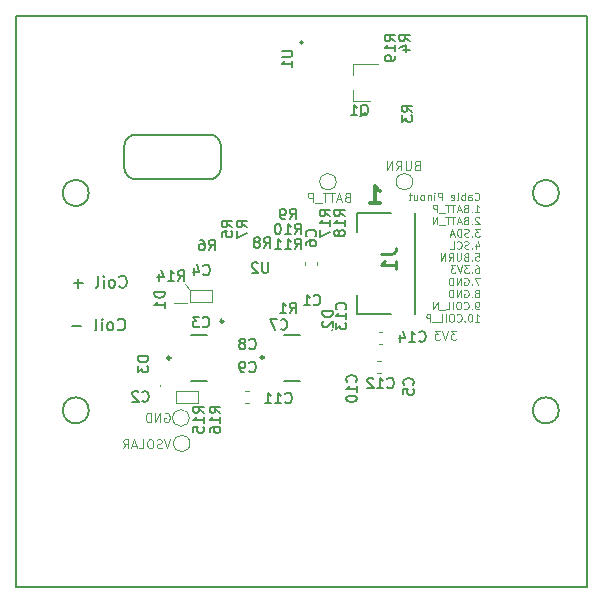
<source format=gbr>
%TF.GenerationSoftware,KiCad,Pcbnew,5.0.2-bee76a0~70~ubuntu18.04.1*%
%TF.CreationDate,2020-02-29T17:16:54-08:00*%
%TF.ProjectId,SolarCellZ_v1,536f6c61-7243-4656-9c6c-5a5f76312e6b,rev?*%
%TF.SameCoordinates,Original*%
%TF.FileFunction,Legend,Bot*%
%TF.FilePolarity,Positive*%
%FSLAX46Y46*%
G04 Gerber Fmt 4.6, Leading zero omitted, Abs format (unit mm)*
G04 Created by KiCad (PCBNEW 5.0.2-bee76a0~70~ubuntu18.04.1) date Sat 29 Feb 2020 05:16:54 PM PST*
%MOMM*%
%LPD*%
G01*
G04 APERTURE LIST*
%ADD10C,0.300000*%
%ADD11C,0.200000*%
%ADD12C,0.120000*%
%ADD13C,0.076200*%
%ADD14C,0.101600*%
%ADD15C,0.150000*%
%ADD16C,0.203200*%
%ADD17C,0.250000*%
%ADD18C,0.254000*%
%ADD19C,0.127000*%
G04 APERTURE END LIST*
D10*
X120021428Y-55878571D02*
X120878571Y-55878571D01*
X120450000Y-55878571D02*
X120450000Y-54378571D01*
X120592857Y-54592857D01*
X120735714Y-54735714D01*
X120878571Y-54807142D01*
D11*
X136007500Y-73391000D02*
G75*
G03X136007500Y-73391000I-1100000J0D01*
G01*
X96207500Y-73391000D02*
G75*
G03X96207500Y-73391000I-1100000J0D01*
G01*
D12*
X103428800Y-64312800D02*
X104521000Y-64312800D01*
D13*
X128886422Y-55533285D02*
X128916660Y-55563523D01*
X129007374Y-55593761D01*
X129067850Y-55593761D01*
X129158565Y-55563523D01*
X129219041Y-55503047D01*
X129249279Y-55442571D01*
X129279517Y-55321619D01*
X129279517Y-55230904D01*
X129249279Y-55109952D01*
X129219041Y-55049476D01*
X129158565Y-54989000D01*
X129067850Y-54958761D01*
X129007374Y-54958761D01*
X128916660Y-54989000D01*
X128886422Y-55019238D01*
X128342136Y-55593761D02*
X128342136Y-55261142D01*
X128372374Y-55200666D01*
X128432850Y-55170428D01*
X128553803Y-55170428D01*
X128614279Y-55200666D01*
X128342136Y-55563523D02*
X128402612Y-55593761D01*
X128553803Y-55593761D01*
X128614279Y-55563523D01*
X128644517Y-55503047D01*
X128644517Y-55442571D01*
X128614279Y-55382095D01*
X128553803Y-55351857D01*
X128402612Y-55351857D01*
X128342136Y-55321619D01*
X128039755Y-55593761D02*
X128039755Y-54958761D01*
X128039755Y-55200666D02*
X127979279Y-55170428D01*
X127858327Y-55170428D01*
X127797850Y-55200666D01*
X127767612Y-55230904D01*
X127737374Y-55291380D01*
X127737374Y-55472809D01*
X127767612Y-55533285D01*
X127797850Y-55563523D01*
X127858327Y-55593761D01*
X127979279Y-55593761D01*
X128039755Y-55563523D01*
X127374517Y-55593761D02*
X127434993Y-55563523D01*
X127465231Y-55503047D01*
X127465231Y-54958761D01*
X126890708Y-55563523D02*
X126951184Y-55593761D01*
X127072136Y-55593761D01*
X127132612Y-55563523D01*
X127162850Y-55503047D01*
X127162850Y-55261142D01*
X127132612Y-55200666D01*
X127072136Y-55170428D01*
X126951184Y-55170428D01*
X126890708Y-55200666D01*
X126860470Y-55261142D01*
X126860470Y-55321619D01*
X127162850Y-55382095D01*
X126104517Y-55593761D02*
X126104517Y-54958761D01*
X125862612Y-54958761D01*
X125802136Y-54989000D01*
X125771898Y-55019238D01*
X125741660Y-55079714D01*
X125741660Y-55170428D01*
X125771898Y-55230904D01*
X125802136Y-55261142D01*
X125862612Y-55291380D01*
X126104517Y-55291380D01*
X125469517Y-55593761D02*
X125469517Y-55170428D01*
X125469517Y-54958761D02*
X125499755Y-54989000D01*
X125469517Y-55019238D01*
X125439279Y-54989000D01*
X125469517Y-54958761D01*
X125469517Y-55019238D01*
X125167136Y-55170428D02*
X125167136Y-55593761D01*
X125167136Y-55230904D02*
X125136898Y-55200666D01*
X125076422Y-55170428D01*
X124985708Y-55170428D01*
X124925231Y-55200666D01*
X124894993Y-55261142D01*
X124894993Y-55593761D01*
X124501898Y-55593761D02*
X124562374Y-55563523D01*
X124592612Y-55533285D01*
X124622850Y-55472809D01*
X124622850Y-55291380D01*
X124592612Y-55230904D01*
X124562374Y-55200666D01*
X124501898Y-55170428D01*
X124411184Y-55170428D01*
X124350708Y-55200666D01*
X124320470Y-55230904D01*
X124290231Y-55291380D01*
X124290231Y-55472809D01*
X124320470Y-55533285D01*
X124350708Y-55563523D01*
X124411184Y-55593761D01*
X124501898Y-55593761D01*
X123745946Y-55170428D02*
X123745946Y-55593761D01*
X124018089Y-55170428D02*
X124018089Y-55503047D01*
X123987850Y-55563523D01*
X123927374Y-55593761D01*
X123836660Y-55593761D01*
X123776184Y-55563523D01*
X123745946Y-55533285D01*
X123534279Y-55170428D02*
X123292374Y-55170428D01*
X123443565Y-54958761D02*
X123443565Y-55503047D01*
X123413327Y-55563523D01*
X123352850Y-55593761D01*
X123292374Y-55593761D01*
X128916660Y-56622461D02*
X129279517Y-56622461D01*
X129098089Y-56622461D02*
X129098089Y-55987461D01*
X129158565Y-56078176D01*
X129219041Y-56138652D01*
X129279517Y-56168890D01*
X128644517Y-56561985D02*
X128614279Y-56592223D01*
X128644517Y-56622461D01*
X128674755Y-56592223D01*
X128644517Y-56561985D01*
X128644517Y-56622461D01*
X128130470Y-56289842D02*
X128039755Y-56320080D01*
X128009517Y-56350319D01*
X127979279Y-56410795D01*
X127979279Y-56501509D01*
X128009517Y-56561985D01*
X128039755Y-56592223D01*
X128100231Y-56622461D01*
X128342136Y-56622461D01*
X128342136Y-55987461D01*
X128130470Y-55987461D01*
X128069993Y-56017700D01*
X128039755Y-56047938D01*
X128009517Y-56108414D01*
X128009517Y-56168890D01*
X128039755Y-56229366D01*
X128069993Y-56259604D01*
X128130470Y-56289842D01*
X128342136Y-56289842D01*
X127737374Y-56441033D02*
X127434993Y-56441033D01*
X127797850Y-56622461D02*
X127586184Y-55987461D01*
X127374517Y-56622461D01*
X127253565Y-55987461D02*
X126890708Y-55987461D01*
X127072136Y-56622461D02*
X127072136Y-55987461D01*
X126769755Y-55987461D02*
X126406898Y-55987461D01*
X126588327Y-56622461D02*
X126588327Y-55987461D01*
X126346422Y-56682938D02*
X125862612Y-56682938D01*
X125711422Y-56622461D02*
X125711422Y-55987461D01*
X125469517Y-55987461D01*
X125409041Y-56017700D01*
X125378803Y-56047938D01*
X125348565Y-56108414D01*
X125348565Y-56199128D01*
X125378803Y-56259604D01*
X125409041Y-56289842D01*
X125469517Y-56320080D01*
X125711422Y-56320080D01*
X129279517Y-57076638D02*
X129249279Y-57046400D01*
X129188803Y-57016161D01*
X129037612Y-57016161D01*
X128977136Y-57046400D01*
X128946898Y-57076638D01*
X128916660Y-57137114D01*
X128916660Y-57197590D01*
X128946898Y-57288304D01*
X129309755Y-57651161D01*
X128916660Y-57651161D01*
X128644517Y-57590685D02*
X128614279Y-57620923D01*
X128644517Y-57651161D01*
X128674755Y-57620923D01*
X128644517Y-57590685D01*
X128644517Y-57651161D01*
X128130470Y-57318542D02*
X128039755Y-57348780D01*
X128009517Y-57379019D01*
X127979279Y-57439495D01*
X127979279Y-57530209D01*
X128009517Y-57590685D01*
X128039755Y-57620923D01*
X128100231Y-57651161D01*
X128342136Y-57651161D01*
X128342136Y-57016161D01*
X128130470Y-57016161D01*
X128069993Y-57046400D01*
X128039755Y-57076638D01*
X128009517Y-57137114D01*
X128009517Y-57197590D01*
X128039755Y-57258066D01*
X128069993Y-57288304D01*
X128130470Y-57318542D01*
X128342136Y-57318542D01*
X127737374Y-57469733D02*
X127434993Y-57469733D01*
X127797850Y-57651161D02*
X127586184Y-57016161D01*
X127374517Y-57651161D01*
X127253565Y-57016161D02*
X126890708Y-57016161D01*
X127072136Y-57651161D02*
X127072136Y-57016161D01*
X126769755Y-57016161D02*
X126406898Y-57016161D01*
X126588327Y-57651161D02*
X126588327Y-57016161D01*
X126346422Y-57711638D02*
X125862612Y-57711638D01*
X125711422Y-57651161D02*
X125711422Y-57016161D01*
X125348565Y-57651161D01*
X125348565Y-57016161D01*
X129309755Y-58044861D02*
X128916660Y-58044861D01*
X129128327Y-58286766D01*
X129037612Y-58286766D01*
X128977136Y-58317004D01*
X128946898Y-58347242D01*
X128916660Y-58407719D01*
X128916660Y-58558909D01*
X128946898Y-58619385D01*
X128977136Y-58649623D01*
X129037612Y-58679861D01*
X129219041Y-58679861D01*
X129279517Y-58649623D01*
X129309755Y-58619385D01*
X128644517Y-58619385D02*
X128614279Y-58649623D01*
X128644517Y-58679861D01*
X128674755Y-58649623D01*
X128644517Y-58619385D01*
X128644517Y-58679861D01*
X128372374Y-58649623D02*
X128281660Y-58679861D01*
X128130470Y-58679861D01*
X128069993Y-58649623D01*
X128039755Y-58619385D01*
X128009517Y-58558909D01*
X128009517Y-58498433D01*
X128039755Y-58437957D01*
X128069993Y-58407719D01*
X128130470Y-58377480D01*
X128251422Y-58347242D01*
X128311898Y-58317004D01*
X128342136Y-58286766D01*
X128372374Y-58226290D01*
X128372374Y-58165814D01*
X128342136Y-58105338D01*
X128311898Y-58075100D01*
X128251422Y-58044861D01*
X128100231Y-58044861D01*
X128009517Y-58075100D01*
X127737374Y-58679861D02*
X127737374Y-58044861D01*
X127586184Y-58044861D01*
X127495470Y-58075100D01*
X127434993Y-58135576D01*
X127404755Y-58196052D01*
X127374517Y-58317004D01*
X127374517Y-58407719D01*
X127404755Y-58528671D01*
X127434993Y-58589147D01*
X127495470Y-58649623D01*
X127586184Y-58679861D01*
X127737374Y-58679861D01*
X127132612Y-58498433D02*
X126830231Y-58498433D01*
X127193089Y-58679861D02*
X126981422Y-58044861D01*
X126769755Y-58679861D01*
X128977136Y-59285228D02*
X128977136Y-59708561D01*
X129128327Y-59043323D02*
X129279517Y-59496895D01*
X128886422Y-59496895D01*
X128644517Y-59648085D02*
X128614279Y-59678323D01*
X128644517Y-59708561D01*
X128674755Y-59678323D01*
X128644517Y-59648085D01*
X128644517Y-59708561D01*
X128372374Y-59678323D02*
X128281660Y-59708561D01*
X128130470Y-59708561D01*
X128069993Y-59678323D01*
X128039755Y-59648085D01*
X128009517Y-59587609D01*
X128009517Y-59527133D01*
X128039755Y-59466657D01*
X128069993Y-59436419D01*
X128130470Y-59406180D01*
X128251422Y-59375942D01*
X128311898Y-59345704D01*
X128342136Y-59315466D01*
X128372374Y-59254990D01*
X128372374Y-59194514D01*
X128342136Y-59134038D01*
X128311898Y-59103800D01*
X128251422Y-59073561D01*
X128100231Y-59073561D01*
X128009517Y-59103800D01*
X127374517Y-59648085D02*
X127404755Y-59678323D01*
X127495469Y-59708561D01*
X127555946Y-59708561D01*
X127646660Y-59678323D01*
X127707136Y-59617847D01*
X127737374Y-59557371D01*
X127767612Y-59436419D01*
X127767612Y-59345704D01*
X127737374Y-59224752D01*
X127707136Y-59164276D01*
X127646660Y-59103800D01*
X127555946Y-59073561D01*
X127495469Y-59073561D01*
X127404755Y-59103800D01*
X127374517Y-59134038D01*
X126799993Y-59708561D02*
X127102374Y-59708561D01*
X127102374Y-59073561D01*
X128946898Y-60102261D02*
X129249279Y-60102261D01*
X129279517Y-60404642D01*
X129249279Y-60374404D01*
X129188803Y-60344166D01*
X129037612Y-60344166D01*
X128977136Y-60374404D01*
X128946898Y-60404642D01*
X128916660Y-60465119D01*
X128916660Y-60616309D01*
X128946898Y-60676785D01*
X128977136Y-60707023D01*
X129037612Y-60737261D01*
X129188803Y-60737261D01*
X129249279Y-60707023D01*
X129279517Y-60676785D01*
X128644517Y-60676785D02*
X128614279Y-60707023D01*
X128644517Y-60737261D01*
X128674755Y-60707023D01*
X128644517Y-60676785D01*
X128644517Y-60737261D01*
X128130470Y-60404642D02*
X128039755Y-60434880D01*
X128009517Y-60465119D01*
X127979279Y-60525595D01*
X127979279Y-60616309D01*
X128009517Y-60676785D01*
X128039755Y-60707023D01*
X128100231Y-60737261D01*
X128342136Y-60737261D01*
X128342136Y-60102261D01*
X128130470Y-60102261D01*
X128069993Y-60132500D01*
X128039755Y-60162738D01*
X128009517Y-60223214D01*
X128009517Y-60283690D01*
X128039755Y-60344166D01*
X128069993Y-60374404D01*
X128130470Y-60404642D01*
X128342136Y-60404642D01*
X127707136Y-60102261D02*
X127707136Y-60616309D01*
X127676898Y-60676785D01*
X127646660Y-60707023D01*
X127586184Y-60737261D01*
X127465231Y-60737261D01*
X127404755Y-60707023D01*
X127374517Y-60676785D01*
X127344279Y-60616309D01*
X127344279Y-60102261D01*
X126679041Y-60737261D02*
X126890708Y-60434880D01*
X127041898Y-60737261D02*
X127041898Y-60102261D01*
X126799993Y-60102261D01*
X126739517Y-60132500D01*
X126709279Y-60162738D01*
X126679041Y-60223214D01*
X126679041Y-60313928D01*
X126709279Y-60374404D01*
X126739517Y-60404642D01*
X126799993Y-60434880D01*
X127041898Y-60434880D01*
X126406898Y-60737261D02*
X126406898Y-60102261D01*
X126044041Y-60737261D01*
X126044041Y-60102261D01*
X128977136Y-61130961D02*
X129098089Y-61130961D01*
X129158565Y-61161200D01*
X129188803Y-61191438D01*
X129249279Y-61282152D01*
X129279517Y-61403104D01*
X129279517Y-61645009D01*
X129249279Y-61705485D01*
X129219041Y-61735723D01*
X129158565Y-61765961D01*
X129037612Y-61765961D01*
X128977136Y-61735723D01*
X128946898Y-61705485D01*
X128916660Y-61645009D01*
X128916660Y-61493819D01*
X128946898Y-61433342D01*
X128977136Y-61403104D01*
X129037612Y-61372866D01*
X129158565Y-61372866D01*
X129219041Y-61403104D01*
X129249279Y-61433342D01*
X129279517Y-61493819D01*
X128644517Y-61705485D02*
X128614279Y-61735723D01*
X128644517Y-61765961D01*
X128674755Y-61735723D01*
X128644517Y-61705485D01*
X128644517Y-61765961D01*
X128402612Y-61130961D02*
X128009517Y-61130961D01*
X128221184Y-61372866D01*
X128130470Y-61372866D01*
X128069993Y-61403104D01*
X128039755Y-61433342D01*
X128009517Y-61493819D01*
X128009517Y-61645009D01*
X128039755Y-61705485D01*
X128069993Y-61735723D01*
X128130470Y-61765961D01*
X128311898Y-61765961D01*
X128372374Y-61735723D01*
X128402612Y-61705485D01*
X127828089Y-61130961D02*
X127616422Y-61765961D01*
X127404755Y-61130961D01*
X127253565Y-61130961D02*
X126860469Y-61130961D01*
X127072136Y-61372866D01*
X126981422Y-61372866D01*
X126920946Y-61403104D01*
X126890708Y-61433342D01*
X126860469Y-61493819D01*
X126860469Y-61645009D01*
X126890708Y-61705485D01*
X126920946Y-61735723D01*
X126981422Y-61765961D01*
X127162850Y-61765961D01*
X127223327Y-61735723D01*
X127253565Y-61705485D01*
X129309755Y-62159661D02*
X128886422Y-62159661D01*
X129158565Y-62794661D01*
X128644517Y-62734185D02*
X128614279Y-62764423D01*
X128644517Y-62794661D01*
X128674755Y-62764423D01*
X128644517Y-62734185D01*
X128644517Y-62794661D01*
X128009517Y-62189900D02*
X128069993Y-62159661D01*
X128160708Y-62159661D01*
X128251422Y-62189900D01*
X128311898Y-62250376D01*
X128342136Y-62310852D01*
X128372374Y-62431804D01*
X128372374Y-62522519D01*
X128342136Y-62643471D01*
X128311898Y-62703947D01*
X128251422Y-62764423D01*
X128160708Y-62794661D01*
X128100231Y-62794661D01*
X128009517Y-62764423D01*
X127979279Y-62734185D01*
X127979279Y-62522519D01*
X128100231Y-62522519D01*
X127707136Y-62794661D02*
X127707136Y-62159661D01*
X127344279Y-62794661D01*
X127344279Y-62159661D01*
X127041898Y-62794661D02*
X127041898Y-62159661D01*
X126890708Y-62159661D01*
X126799993Y-62189900D01*
X126739517Y-62250376D01*
X126709279Y-62310852D01*
X126679041Y-62431804D01*
X126679041Y-62522519D01*
X126709279Y-62643471D01*
X126739517Y-62703947D01*
X126799993Y-62764423D01*
X126890708Y-62794661D01*
X127041898Y-62794661D01*
X129158565Y-63460504D02*
X129219041Y-63430266D01*
X129249279Y-63400028D01*
X129279517Y-63339552D01*
X129279517Y-63309314D01*
X129249279Y-63248838D01*
X129219041Y-63218600D01*
X129158565Y-63188361D01*
X129037612Y-63188361D01*
X128977136Y-63218600D01*
X128946898Y-63248838D01*
X128916660Y-63309314D01*
X128916660Y-63339552D01*
X128946898Y-63400028D01*
X128977136Y-63430266D01*
X129037612Y-63460504D01*
X129158565Y-63460504D01*
X129219041Y-63490742D01*
X129249279Y-63520980D01*
X129279517Y-63581457D01*
X129279517Y-63702409D01*
X129249279Y-63762885D01*
X129219041Y-63793123D01*
X129158565Y-63823361D01*
X129037612Y-63823361D01*
X128977136Y-63793123D01*
X128946898Y-63762885D01*
X128916660Y-63702409D01*
X128916660Y-63581457D01*
X128946898Y-63520980D01*
X128977136Y-63490742D01*
X129037612Y-63460504D01*
X128644517Y-63762885D02*
X128614279Y-63793123D01*
X128644517Y-63823361D01*
X128674755Y-63793123D01*
X128644517Y-63762885D01*
X128644517Y-63823361D01*
X128009517Y-63218600D02*
X128069993Y-63188361D01*
X128160708Y-63188361D01*
X128251422Y-63218600D01*
X128311898Y-63279076D01*
X128342136Y-63339552D01*
X128372374Y-63460504D01*
X128372374Y-63551219D01*
X128342136Y-63672171D01*
X128311898Y-63732647D01*
X128251422Y-63793123D01*
X128160708Y-63823361D01*
X128100231Y-63823361D01*
X128009517Y-63793123D01*
X127979279Y-63762885D01*
X127979279Y-63551219D01*
X128100231Y-63551219D01*
X127707136Y-63823361D02*
X127707136Y-63188361D01*
X127344279Y-63823361D01*
X127344279Y-63188361D01*
X127041898Y-63823361D02*
X127041898Y-63188361D01*
X126890708Y-63188361D01*
X126799993Y-63218600D01*
X126739517Y-63279076D01*
X126709279Y-63339552D01*
X126679041Y-63460504D01*
X126679041Y-63551219D01*
X126709279Y-63672171D01*
X126739517Y-63732647D01*
X126799993Y-63793123D01*
X126890708Y-63823361D01*
X127041898Y-63823361D01*
X129219041Y-64852061D02*
X129098089Y-64852061D01*
X129037612Y-64821823D01*
X129007374Y-64791585D01*
X128946898Y-64700871D01*
X128916660Y-64579919D01*
X128916660Y-64338014D01*
X128946898Y-64277538D01*
X128977136Y-64247300D01*
X129037612Y-64217061D01*
X129158565Y-64217061D01*
X129219041Y-64247300D01*
X129249279Y-64277538D01*
X129279517Y-64338014D01*
X129279517Y-64489204D01*
X129249279Y-64549680D01*
X129219041Y-64579919D01*
X129158565Y-64610157D01*
X129037612Y-64610157D01*
X128977136Y-64579919D01*
X128946898Y-64549680D01*
X128916660Y-64489204D01*
X128644517Y-64791585D02*
X128614279Y-64821823D01*
X128644517Y-64852061D01*
X128674755Y-64821823D01*
X128644517Y-64791585D01*
X128644517Y-64852061D01*
X127979279Y-64791585D02*
X128009517Y-64821823D01*
X128100231Y-64852061D01*
X128160708Y-64852061D01*
X128251422Y-64821823D01*
X128311898Y-64761347D01*
X128342136Y-64700871D01*
X128372374Y-64579919D01*
X128372374Y-64489204D01*
X128342136Y-64368252D01*
X128311898Y-64307776D01*
X128251422Y-64247300D01*
X128160708Y-64217061D01*
X128100231Y-64217061D01*
X128009517Y-64247300D01*
X127979279Y-64277538D01*
X127586184Y-64217061D02*
X127465231Y-64217061D01*
X127404755Y-64247300D01*
X127344279Y-64307776D01*
X127314041Y-64428728D01*
X127314041Y-64640395D01*
X127344279Y-64761347D01*
X127404755Y-64821823D01*
X127465231Y-64852061D01*
X127586184Y-64852061D01*
X127646660Y-64821823D01*
X127707136Y-64761347D01*
X127737374Y-64640395D01*
X127737374Y-64428728D01*
X127707136Y-64307776D01*
X127646660Y-64247300D01*
X127586184Y-64217061D01*
X127041898Y-64852061D02*
X127041898Y-64217061D01*
X126437136Y-64852061D02*
X126739517Y-64852061D01*
X126739517Y-64217061D01*
X126376660Y-64912538D02*
X125892850Y-64912538D01*
X125741660Y-64852061D02*
X125741660Y-64217061D01*
X125378803Y-64852061D01*
X125378803Y-64217061D01*
X128916660Y-65880761D02*
X129279517Y-65880761D01*
X129098089Y-65880761D02*
X129098089Y-65245761D01*
X129158565Y-65336476D01*
X129219041Y-65396952D01*
X129279517Y-65427190D01*
X128523565Y-65245761D02*
X128463089Y-65245761D01*
X128402612Y-65276000D01*
X128372374Y-65306238D01*
X128342136Y-65366714D01*
X128311898Y-65487666D01*
X128311898Y-65638857D01*
X128342136Y-65759809D01*
X128372374Y-65820285D01*
X128402612Y-65850523D01*
X128463089Y-65880761D01*
X128523565Y-65880761D01*
X128584041Y-65850523D01*
X128614279Y-65820285D01*
X128644517Y-65759809D01*
X128674755Y-65638857D01*
X128674755Y-65487666D01*
X128644517Y-65366714D01*
X128614279Y-65306238D01*
X128584041Y-65276000D01*
X128523565Y-65245761D01*
X128039755Y-65820285D02*
X128009517Y-65850523D01*
X128039755Y-65880761D01*
X128069993Y-65850523D01*
X128039755Y-65820285D01*
X128039755Y-65880761D01*
X127374517Y-65820285D02*
X127404755Y-65850523D01*
X127495470Y-65880761D01*
X127555946Y-65880761D01*
X127646660Y-65850523D01*
X127707136Y-65790047D01*
X127737374Y-65729571D01*
X127767612Y-65608619D01*
X127767612Y-65517904D01*
X127737374Y-65396952D01*
X127707136Y-65336476D01*
X127646660Y-65276000D01*
X127555946Y-65245761D01*
X127495470Y-65245761D01*
X127404755Y-65276000D01*
X127374517Y-65306238D01*
X126981422Y-65245761D02*
X126860470Y-65245761D01*
X126799993Y-65276000D01*
X126739517Y-65336476D01*
X126709279Y-65457428D01*
X126709279Y-65669095D01*
X126739517Y-65790047D01*
X126799993Y-65850523D01*
X126860470Y-65880761D01*
X126981422Y-65880761D01*
X127041898Y-65850523D01*
X127102374Y-65790047D01*
X127132612Y-65669095D01*
X127132612Y-65457428D01*
X127102374Y-65336476D01*
X127041898Y-65276000D01*
X126981422Y-65245761D01*
X126437136Y-65880761D02*
X126437136Y-65245761D01*
X125832374Y-65880761D02*
X126134755Y-65880761D01*
X126134755Y-65245761D01*
X125771898Y-65941238D02*
X125288089Y-65941238D01*
X125136898Y-65880761D02*
X125136898Y-65245761D01*
X124894993Y-65245761D01*
X124834517Y-65276000D01*
X124804279Y-65306238D01*
X124774041Y-65366714D01*
X124774041Y-65457428D01*
X124804279Y-65517904D01*
X124834517Y-65548142D01*
X124894993Y-65578380D01*
X125136898Y-65578380D01*
D11*
X107407500Y-52841000D02*
G75*
G02X106407500Y-53841000I-1000000J0D01*
G01*
X100207500Y-53841000D02*
G75*
G02X99207500Y-52841000I0J1000000D01*
G01*
X106407500Y-50041000D02*
G75*
G02X107407500Y-51041000I0J-1000000D01*
G01*
X99207500Y-51041000D02*
G75*
G02X100207500Y-50041000I1000000J0D01*
G01*
X96207500Y-54991000D02*
G75*
G03X96207500Y-54991000I-1100000J0D01*
G01*
X106407500Y-50041000D02*
X100207500Y-50041000D01*
X138407500Y-39991000D02*
X138407500Y-88391000D01*
X138407500Y-88391000D02*
X90007500Y-88391000D01*
X90007500Y-88391000D02*
X90007500Y-39991000D01*
X90007500Y-39991000D02*
X138407500Y-39991000D01*
X100207500Y-53841000D02*
X106407500Y-53841000D01*
X136007500Y-54991000D02*
G75*
G03X136007500Y-54991000I-1100000J0D01*
G01*
X107407500Y-52841000D02*
X107407500Y-51041000D01*
X99207500Y-51041000D02*
X99207500Y-52841000D01*
D14*
X123974857Y-52645571D02*
X123866000Y-52681857D01*
X123829714Y-52718142D01*
X123793428Y-52790714D01*
X123793428Y-52899571D01*
X123829714Y-52972142D01*
X123866000Y-53008428D01*
X123938571Y-53044714D01*
X124228857Y-53044714D01*
X124228857Y-52282714D01*
X123974857Y-52282714D01*
X123902285Y-52319000D01*
X123866000Y-52355285D01*
X123829714Y-52427857D01*
X123829714Y-52500428D01*
X123866000Y-52573000D01*
X123902285Y-52609285D01*
X123974857Y-52645571D01*
X124228857Y-52645571D01*
X123466857Y-52282714D02*
X123466857Y-52899571D01*
X123430571Y-52972142D01*
X123394285Y-53008428D01*
X123321714Y-53044714D01*
X123176571Y-53044714D01*
X123104000Y-53008428D01*
X123067714Y-52972142D01*
X123031428Y-52899571D01*
X123031428Y-52282714D01*
X122233142Y-53044714D02*
X122487142Y-52681857D01*
X122668571Y-53044714D02*
X122668571Y-52282714D01*
X122378285Y-52282714D01*
X122305714Y-52319000D01*
X122269428Y-52355285D01*
X122233142Y-52427857D01*
X122233142Y-52536714D01*
X122269428Y-52609285D01*
X122305714Y-52645571D01*
X122378285Y-52681857D01*
X122668571Y-52681857D01*
X121906571Y-53044714D02*
X121906571Y-52282714D01*
X121471142Y-53044714D01*
X121471142Y-52282714D01*
X118074000Y-55345571D02*
X117965142Y-55381857D01*
X117928857Y-55418142D01*
X117892571Y-55490714D01*
X117892571Y-55599571D01*
X117928857Y-55672142D01*
X117965142Y-55708428D01*
X118037714Y-55744714D01*
X118328000Y-55744714D01*
X118328000Y-54982714D01*
X118074000Y-54982714D01*
X118001428Y-55019000D01*
X117965142Y-55055285D01*
X117928857Y-55127857D01*
X117928857Y-55200428D01*
X117965142Y-55273000D01*
X118001428Y-55309285D01*
X118074000Y-55345571D01*
X118328000Y-55345571D01*
X117602285Y-55527000D02*
X117239428Y-55527000D01*
X117674857Y-55744714D02*
X117420857Y-54982714D01*
X117166857Y-55744714D01*
X117021714Y-54982714D02*
X116586285Y-54982714D01*
X116804000Y-55744714D02*
X116804000Y-54982714D01*
X116441142Y-54982714D02*
X116005714Y-54982714D01*
X116223428Y-55744714D02*
X116223428Y-54982714D01*
X115933142Y-55817285D02*
X115352571Y-55817285D01*
X115171142Y-55744714D02*
X115171142Y-54982714D01*
X114880857Y-54982714D01*
X114808285Y-55019000D01*
X114772000Y-55055285D01*
X114735714Y-55127857D01*
X114735714Y-55236714D01*
X114772000Y-55309285D01*
X114808285Y-55345571D01*
X114880857Y-55381857D01*
X115171142Y-55381857D01*
X127333102Y-66638714D02*
X126861388Y-66638714D01*
X127115388Y-66929000D01*
X127006531Y-66929000D01*
X126933960Y-66965285D01*
X126897674Y-67001571D01*
X126861388Y-67074142D01*
X126861388Y-67255571D01*
X126897674Y-67328142D01*
X126933960Y-67364428D01*
X127006531Y-67400714D01*
X127224245Y-67400714D01*
X127296817Y-67364428D01*
X127333102Y-67328142D01*
X126643674Y-66638714D02*
X126389674Y-67400714D01*
X126135674Y-66638714D01*
X125954245Y-66638714D02*
X125482531Y-66638714D01*
X125736531Y-66929000D01*
X125627674Y-66929000D01*
X125555102Y-66965285D01*
X125518817Y-67001571D01*
X125482531Y-67074142D01*
X125482531Y-67255571D01*
X125518817Y-67328142D01*
X125555102Y-67364428D01*
X125627674Y-67400714D01*
X125845388Y-67400714D01*
X125917960Y-67364428D01*
X125954245Y-67328142D01*
X103124000Y-75846214D02*
X102870000Y-76608214D01*
X102616000Y-75846214D01*
X102398285Y-76571928D02*
X102289428Y-76608214D01*
X102108000Y-76608214D01*
X102035428Y-76571928D01*
X101999142Y-76535642D01*
X101962857Y-76463071D01*
X101962857Y-76390500D01*
X101999142Y-76317928D01*
X102035428Y-76281642D01*
X102108000Y-76245357D01*
X102253142Y-76209071D01*
X102325714Y-76172785D01*
X102362000Y-76136500D01*
X102398285Y-76063928D01*
X102398285Y-75991357D01*
X102362000Y-75918785D01*
X102325714Y-75882500D01*
X102253142Y-75846214D01*
X102071714Y-75846214D01*
X101962857Y-75882500D01*
X101491142Y-75846214D02*
X101346000Y-75846214D01*
X101273428Y-75882500D01*
X101200857Y-75955071D01*
X101164571Y-76100214D01*
X101164571Y-76354214D01*
X101200857Y-76499357D01*
X101273428Y-76571928D01*
X101346000Y-76608214D01*
X101491142Y-76608214D01*
X101563714Y-76571928D01*
X101636285Y-76499357D01*
X101672571Y-76354214D01*
X101672571Y-76100214D01*
X101636285Y-75955071D01*
X101563714Y-75882500D01*
X101491142Y-75846214D01*
X100475142Y-76608214D02*
X100838000Y-76608214D01*
X100838000Y-75846214D01*
X100257428Y-76390500D02*
X99894571Y-76390500D01*
X100330000Y-76608214D02*
X100076000Y-75846214D01*
X99822000Y-76608214D01*
X99132571Y-76608214D02*
X99386571Y-76245357D01*
X99568000Y-76608214D02*
X99568000Y-75846214D01*
X99277714Y-75846214D01*
X99205142Y-75882500D01*
X99168857Y-75918785D01*
X99132571Y-75991357D01*
X99132571Y-76100214D01*
X99168857Y-76172785D01*
X99205142Y-76209071D01*
X99277714Y-76245357D01*
X99568000Y-76245357D01*
X102625071Y-73660000D02*
X102697642Y-73623714D01*
X102806500Y-73623714D01*
X102915357Y-73660000D01*
X102987928Y-73732571D01*
X103024214Y-73805142D01*
X103060500Y-73950285D01*
X103060500Y-74059142D01*
X103024214Y-74204285D01*
X102987928Y-74276857D01*
X102915357Y-74349428D01*
X102806500Y-74385714D01*
X102733928Y-74385714D01*
X102625071Y-74349428D01*
X102588785Y-74313142D01*
X102588785Y-74059142D01*
X102733928Y-74059142D01*
X102262214Y-74385714D02*
X102262214Y-73623714D01*
X101826785Y-74385714D01*
X101826785Y-73623714D01*
X101463928Y-74385714D02*
X101463928Y-73623714D01*
X101282500Y-73623714D01*
X101173642Y-73660000D01*
X101101071Y-73732571D01*
X101064785Y-73805142D01*
X101028500Y-73950285D01*
X101028500Y-74059142D01*
X101064785Y-74204285D01*
X101101071Y-74276857D01*
X101173642Y-74349428D01*
X101282500Y-74385714D01*
X101463928Y-74385714D01*
D12*
X104775000Y-63182500D02*
X104343200Y-62661800D01*
X104775000Y-64198500D02*
X104775000Y-63182500D01*
X106680000Y-64198500D02*
X104775000Y-64198500D01*
X106680000Y-63182500D02*
X106680000Y-64198500D01*
X104775000Y-63182500D02*
X106680000Y-63182500D01*
X103568500Y-72771000D02*
X103568500Y-71755000D01*
X105473500Y-72771000D02*
X103568500Y-72771000D01*
X105473500Y-71755000D02*
X105473500Y-72771000D01*
X103568500Y-71755000D02*
X105473500Y-71755000D01*
D15*
X98670857Y-66524142D02*
X98718476Y-66571761D01*
X98861333Y-66619380D01*
X98956571Y-66619380D01*
X99099428Y-66571761D01*
X99194666Y-66476523D01*
X99242285Y-66381285D01*
X99289904Y-66190809D01*
X99289904Y-66047952D01*
X99242285Y-65857476D01*
X99194666Y-65762238D01*
X99099428Y-65667000D01*
X98956571Y-65619380D01*
X98861333Y-65619380D01*
X98718476Y-65667000D01*
X98670857Y-65714619D01*
X98099428Y-66619380D02*
X98194666Y-66571761D01*
X98242285Y-66524142D01*
X98289904Y-66428904D01*
X98289904Y-66143190D01*
X98242285Y-66047952D01*
X98194666Y-66000333D01*
X98099428Y-65952714D01*
X97956571Y-65952714D01*
X97861333Y-66000333D01*
X97813714Y-66047952D01*
X97766095Y-66143190D01*
X97766095Y-66428904D01*
X97813714Y-66524142D01*
X97861333Y-66571761D01*
X97956571Y-66619380D01*
X98099428Y-66619380D01*
X97337523Y-66619380D02*
X97337523Y-65952714D01*
X97337523Y-65619380D02*
X97385142Y-65667000D01*
X97337523Y-65714619D01*
X97289904Y-65667000D01*
X97337523Y-65619380D01*
X97337523Y-65714619D01*
X96718476Y-66619380D02*
X96813714Y-66571761D01*
X96861333Y-66476523D01*
X96861333Y-65619380D01*
X95575619Y-66238428D02*
X94813714Y-66238428D01*
X98797857Y-62904642D02*
X98845476Y-62952261D01*
X98988333Y-62999880D01*
X99083571Y-62999880D01*
X99226428Y-62952261D01*
X99321666Y-62857023D01*
X99369285Y-62761785D01*
X99416904Y-62571309D01*
X99416904Y-62428452D01*
X99369285Y-62237976D01*
X99321666Y-62142738D01*
X99226428Y-62047500D01*
X99083571Y-61999880D01*
X98988333Y-61999880D01*
X98845476Y-62047500D01*
X98797857Y-62095119D01*
X98226428Y-62999880D02*
X98321666Y-62952261D01*
X98369285Y-62904642D01*
X98416904Y-62809404D01*
X98416904Y-62523690D01*
X98369285Y-62428452D01*
X98321666Y-62380833D01*
X98226428Y-62333214D01*
X98083571Y-62333214D01*
X97988333Y-62380833D01*
X97940714Y-62428452D01*
X97893095Y-62523690D01*
X97893095Y-62809404D01*
X97940714Y-62904642D01*
X97988333Y-62952261D01*
X98083571Y-62999880D01*
X98226428Y-62999880D01*
X97464523Y-62999880D02*
X97464523Y-62333214D01*
X97464523Y-61999880D02*
X97512142Y-62047500D01*
X97464523Y-62095119D01*
X97416904Y-62047500D01*
X97464523Y-61999880D01*
X97464523Y-62095119D01*
X96845476Y-62999880D02*
X96940714Y-62952261D01*
X96988333Y-62857023D01*
X96988333Y-61999880D01*
X95702619Y-62618928D02*
X94940714Y-62618928D01*
X95321666Y-62999880D02*
X95321666Y-62237976D01*
D11*
X123815500Y-56710000D02*
X123815500Y-65210000D01*
X118935500Y-56710000D02*
X121785500Y-56710000D01*
X118935500Y-65210000D02*
X121785500Y-65210000D01*
X118935500Y-56710000D02*
X118935500Y-58260000D01*
X118935500Y-65210000D02*
X118935500Y-63660000D01*
D12*
X117159000Y-54038500D02*
G75*
G03X117159000Y-54038500I-700000J0D01*
G01*
X123636000Y-54038500D02*
G75*
G03X123636000Y-54038500I-700000J0D01*
G01*
X104713000Y-74041000D02*
G75*
G03X104713000Y-74041000I-700000J0D01*
G01*
X104776500Y-76200000D02*
G75*
G03X104776500Y-76200000I-700000J0D01*
G01*
D16*
X114354700Y-42265600D02*
G75*
G03X114354700Y-42265600I-143600J0D01*
G01*
D12*
X118556500Y-47236500D02*
X120016500Y-47236500D01*
X118556500Y-44076500D02*
X120716500Y-44076500D01*
X118556500Y-44076500D02*
X118556500Y-45006500D01*
X118556500Y-47236500D02*
X118556500Y-46306500D01*
X115508500Y-60797221D02*
X115508500Y-61122779D01*
X114488500Y-60797221D02*
X114488500Y-61122779D01*
X120741221Y-66800000D02*
X121066779Y-66800000D01*
X120741221Y-67820000D02*
X121066779Y-67820000D01*
D17*
X107599160Y-65848656D02*
G75*
G03X107599160Y-65848656I-125000J0D01*
G01*
D12*
X120614221Y-69213000D02*
X120939779Y-69213000D01*
X120614221Y-70233000D02*
X120939779Y-70233000D01*
D18*
X111013240Y-68927980D02*
G75*
G03X111013240Y-68927980I-127000J0D01*
G01*
D19*
X114105690Y-70877430D02*
X112746790Y-70877430D01*
X112746790Y-66978530D02*
X114105690Y-66978530D01*
D18*
X103124000Y-68961000D02*
G75*
G03X103124000Y-68961000I-127000J0D01*
G01*
D19*
X106216450Y-70910450D02*
X104857550Y-70910450D01*
X104857550Y-67011550D02*
X106216450Y-67011550D01*
D12*
X109438221Y-71753000D02*
X109763779Y-71753000D01*
X109438221Y-72773000D02*
X109763779Y-72773000D01*
D11*
X116833000Y-66622000D02*
G75*
G03X116833000Y-66622000I-19000J0D01*
G01*
X102280000Y-71300000D02*
G75*
G03X102280000Y-71300000I-19000J0D01*
G01*
D18*
X120924063Y-60164806D02*
X121831206Y-60164806D01*
X122012635Y-60104330D01*
X122133587Y-59983378D01*
X122194063Y-59801949D01*
X122194063Y-59680997D01*
X122194063Y-61434806D02*
X122194063Y-60709092D01*
X122194063Y-61071949D02*
X120924063Y-61071949D01*
X121105492Y-60950997D01*
X121226444Y-60830044D01*
X121286920Y-60709092D01*
D19*
X112530375Y-42934260D02*
X113250042Y-42934260D01*
X113334709Y-42976594D01*
X113377042Y-43018927D01*
X113419375Y-43103594D01*
X113419375Y-43272927D01*
X113377042Y-43357594D01*
X113334709Y-43399927D01*
X113250042Y-43442260D01*
X112530375Y-43442260D01*
X113419375Y-44331260D02*
X113419375Y-43823260D01*
X113419375Y-44077260D02*
X112530375Y-44077260D01*
X112657375Y-43992594D01*
X112742042Y-43907927D01*
X112784375Y-43823260D01*
X122152166Y-42128500D02*
X121728833Y-41832166D01*
X122152166Y-41620500D02*
X121263166Y-41620500D01*
X121263166Y-41959166D01*
X121305500Y-42043833D01*
X121347833Y-42086166D01*
X121432500Y-42128500D01*
X121559500Y-42128500D01*
X121644166Y-42086166D01*
X121686500Y-42043833D01*
X121728833Y-41959166D01*
X121728833Y-41620500D01*
X122152166Y-42975166D02*
X122152166Y-42467166D01*
X122152166Y-42721166D02*
X121263166Y-42721166D01*
X121390166Y-42636500D01*
X121474833Y-42551833D01*
X121517166Y-42467166D01*
X122152166Y-43398500D02*
X122152166Y-43567833D01*
X122109833Y-43652500D01*
X122067500Y-43694833D01*
X121940500Y-43779500D01*
X121771166Y-43821833D01*
X121432500Y-43821833D01*
X121347833Y-43779500D01*
X121305500Y-43737166D01*
X121263166Y-43652500D01*
X121263166Y-43483166D01*
X121305500Y-43398500D01*
X121347833Y-43356166D01*
X121432500Y-43313833D01*
X121644166Y-43313833D01*
X121728833Y-43356166D01*
X121771166Y-43398500D01*
X121813500Y-43483166D01*
X121813500Y-43652500D01*
X121771166Y-43737166D01*
X121728833Y-43779500D01*
X121644166Y-43821833D01*
X123402166Y-42151833D02*
X122978833Y-41855500D01*
X123402166Y-41643833D02*
X122513166Y-41643833D01*
X122513166Y-41982500D01*
X122555500Y-42067166D01*
X122597833Y-42109500D01*
X122682500Y-42151833D01*
X122809500Y-42151833D01*
X122894166Y-42109500D01*
X122936500Y-42067166D01*
X122978833Y-41982500D01*
X122978833Y-41643833D01*
X122809500Y-42913833D02*
X123402166Y-42913833D01*
X122470833Y-42702166D02*
X123105833Y-42490500D01*
X123105833Y-43040833D01*
X123592166Y-48111833D02*
X123168833Y-47815500D01*
X123592166Y-47603833D02*
X122703166Y-47603833D01*
X122703166Y-47942500D01*
X122745500Y-48027166D01*
X122787833Y-48069500D01*
X122872500Y-48111833D01*
X122999500Y-48111833D01*
X123084166Y-48069500D01*
X123126500Y-48027166D01*
X123168833Y-47942500D01*
X123168833Y-47603833D01*
X122703166Y-48408166D02*
X122703166Y-48958500D01*
X123041833Y-48662166D01*
X123041833Y-48789166D01*
X123084166Y-48873833D01*
X123126500Y-48916166D01*
X123211166Y-48958500D01*
X123422833Y-48958500D01*
X123507500Y-48916166D01*
X123549833Y-48873833D01*
X123592166Y-48789166D01*
X123592166Y-48535166D01*
X123549833Y-48450500D01*
X123507500Y-48408166D01*
X119210666Y-48492833D02*
X119295333Y-48450500D01*
X119380000Y-48365833D01*
X119507000Y-48238833D01*
X119591666Y-48196500D01*
X119676333Y-48196500D01*
X119634000Y-48408166D02*
X119718666Y-48365833D01*
X119803333Y-48281166D01*
X119845666Y-48111833D01*
X119845666Y-47815500D01*
X119803333Y-47646166D01*
X119718666Y-47561500D01*
X119634000Y-47519166D01*
X119464666Y-47519166D01*
X119380000Y-47561500D01*
X119295333Y-47646166D01*
X119253000Y-47815500D01*
X119253000Y-48111833D01*
X119295333Y-48281166D01*
X119380000Y-48365833D01*
X119464666Y-48408166D01*
X119634000Y-48408166D01*
X118406333Y-48408166D02*
X118914333Y-48408166D01*
X118660333Y-48408166D02*
X118660333Y-47519166D01*
X118745000Y-47646166D01*
X118829666Y-47730833D01*
X118914333Y-47773166D01*
X123634500Y-71225833D02*
X123676833Y-71183500D01*
X123719166Y-71056500D01*
X123719166Y-70971833D01*
X123676833Y-70844833D01*
X123592166Y-70760166D01*
X123507500Y-70717833D01*
X123338166Y-70675500D01*
X123211166Y-70675500D01*
X123041833Y-70717833D01*
X122957166Y-70760166D01*
X122872500Y-70844833D01*
X122830166Y-70971833D01*
X122830166Y-71056500D01*
X122872500Y-71183500D01*
X122914833Y-71225833D01*
X122830166Y-72030166D02*
X122830166Y-71606833D01*
X123253500Y-71564500D01*
X123211166Y-71606833D01*
X123168833Y-71691500D01*
X123168833Y-71903166D01*
X123211166Y-71987833D01*
X123253500Y-72030166D01*
X123338166Y-72072500D01*
X123549833Y-72072500D01*
X123634500Y-72030166D01*
X123676833Y-71987833D01*
X123719166Y-71903166D01*
X123719166Y-71691500D01*
X123676833Y-71606833D01*
X123634500Y-71564500D01*
X115379500Y-58652833D02*
X115421833Y-58610500D01*
X115464166Y-58483500D01*
X115464166Y-58398833D01*
X115421833Y-58271833D01*
X115337166Y-58187166D01*
X115252500Y-58144833D01*
X115083166Y-58102500D01*
X114956166Y-58102500D01*
X114786833Y-58144833D01*
X114702166Y-58187166D01*
X114617500Y-58271833D01*
X114575166Y-58398833D01*
X114575166Y-58483500D01*
X114617500Y-58610500D01*
X114659833Y-58652833D01*
X114575166Y-59414833D02*
X114575166Y-59245500D01*
X114617500Y-59160833D01*
X114659833Y-59118500D01*
X114786833Y-59033833D01*
X114956166Y-58991500D01*
X115294833Y-58991500D01*
X115379500Y-59033833D01*
X115421833Y-59076166D01*
X115464166Y-59160833D01*
X115464166Y-59330166D01*
X115421833Y-59414833D01*
X115379500Y-59457166D01*
X115294833Y-59499500D01*
X115083166Y-59499500D01*
X114998500Y-59457166D01*
X114956166Y-59414833D01*
X114913833Y-59330166D01*
X114913833Y-59160833D01*
X114956166Y-59076166D01*
X114998500Y-59033833D01*
X115083166Y-58991500D01*
X109812666Y-70104000D02*
X109855000Y-70146333D01*
X109982000Y-70188666D01*
X110066666Y-70188666D01*
X110193666Y-70146333D01*
X110278333Y-70061666D01*
X110320666Y-69977000D01*
X110363000Y-69807666D01*
X110363000Y-69680666D01*
X110320666Y-69511333D01*
X110278333Y-69426666D01*
X110193666Y-69342000D01*
X110066666Y-69299666D01*
X109982000Y-69299666D01*
X109855000Y-69342000D01*
X109812666Y-69384333D01*
X109389333Y-70188666D02*
X109220000Y-70188666D01*
X109135333Y-70146333D01*
X109093000Y-70104000D01*
X109008333Y-69977000D01*
X108966000Y-69807666D01*
X108966000Y-69469000D01*
X109008333Y-69384333D01*
X109050666Y-69342000D01*
X109135333Y-69299666D01*
X109304666Y-69299666D01*
X109389333Y-69342000D01*
X109431666Y-69384333D01*
X109474000Y-69469000D01*
X109474000Y-69680666D01*
X109431666Y-69765333D01*
X109389333Y-69807666D01*
X109304666Y-69850000D01*
X109135333Y-69850000D01*
X109050666Y-69807666D01*
X109008333Y-69765333D01*
X108966000Y-69680666D01*
X124206000Y-67500500D02*
X124248333Y-67542833D01*
X124375333Y-67585166D01*
X124460000Y-67585166D01*
X124587000Y-67542833D01*
X124671666Y-67458166D01*
X124714000Y-67373500D01*
X124756333Y-67204166D01*
X124756333Y-67077166D01*
X124714000Y-66907833D01*
X124671666Y-66823166D01*
X124587000Y-66738500D01*
X124460000Y-66696166D01*
X124375333Y-66696166D01*
X124248333Y-66738500D01*
X124206000Y-66780833D01*
X123359333Y-67585166D02*
X123867333Y-67585166D01*
X123613333Y-67585166D02*
X123613333Y-66696166D01*
X123698000Y-66823166D01*
X123782666Y-66907833D01*
X123867333Y-66950166D01*
X122597333Y-66992500D02*
X122597333Y-67585166D01*
X122809000Y-66653833D02*
X123020666Y-67288833D01*
X122470333Y-67288833D01*
X102649866Y-63353950D02*
X101760866Y-63353950D01*
X101760866Y-63565616D01*
X101803200Y-63692616D01*
X101887866Y-63777283D01*
X101972533Y-63819616D01*
X102141866Y-63861950D01*
X102268866Y-63861950D01*
X102438200Y-63819616D01*
X102522866Y-63777283D01*
X102607533Y-63692616D01*
X102649866Y-63565616D01*
X102649866Y-63353950D01*
X102649866Y-64708616D02*
X102649866Y-64200616D01*
X102649866Y-64454616D02*
X101760866Y-64454616D01*
X101887866Y-64369950D01*
X101972533Y-64285283D01*
X102014866Y-64200616D01*
X111421333Y-60854166D02*
X111421333Y-61573833D01*
X111379000Y-61658500D01*
X111336666Y-61700833D01*
X111252000Y-61743166D01*
X111082666Y-61743166D01*
X110998000Y-61700833D01*
X110955666Y-61658500D01*
X110913333Y-61573833D01*
X110913333Y-60854166D01*
X110532333Y-60938833D02*
X110490000Y-60896500D01*
X110405333Y-60854166D01*
X110193666Y-60854166D01*
X110109000Y-60896500D01*
X110066666Y-60938833D01*
X110024333Y-61023500D01*
X110024333Y-61108166D01*
X110066666Y-61235166D01*
X110574666Y-61743166D01*
X110024333Y-61743166D01*
X106383666Y-59838166D02*
X106680000Y-59414833D01*
X106891666Y-59838166D02*
X106891666Y-58949166D01*
X106553000Y-58949166D01*
X106468333Y-58991500D01*
X106426000Y-59033833D01*
X106383666Y-59118500D01*
X106383666Y-59245500D01*
X106426000Y-59330166D01*
X106468333Y-59372500D01*
X106553000Y-59414833D01*
X106891666Y-59414833D01*
X105621666Y-58949166D02*
X105791000Y-58949166D01*
X105875666Y-58991500D01*
X105918000Y-59033833D01*
X106002666Y-59160833D01*
X106045000Y-59330166D01*
X106045000Y-59668833D01*
X106002666Y-59753500D01*
X105960333Y-59795833D01*
X105875666Y-59838166D01*
X105706333Y-59838166D01*
X105621666Y-59795833D01*
X105579333Y-59753500D01*
X105537000Y-59668833D01*
X105537000Y-59457166D01*
X105579333Y-59372500D01*
X105621666Y-59330166D01*
X105706333Y-59287833D01*
X105875666Y-59287833D01*
X105960333Y-59330166D01*
X106002666Y-59372500D01*
X106045000Y-59457166D01*
X108352166Y-57890833D02*
X107928833Y-57594500D01*
X108352166Y-57382833D02*
X107463166Y-57382833D01*
X107463166Y-57721500D01*
X107505500Y-57806166D01*
X107547833Y-57848500D01*
X107632500Y-57890833D01*
X107759500Y-57890833D01*
X107844166Y-57848500D01*
X107886500Y-57806166D01*
X107928833Y-57721500D01*
X107928833Y-57382833D01*
X107463166Y-58695166D02*
X107463166Y-58271833D01*
X107886500Y-58229500D01*
X107844166Y-58271833D01*
X107801833Y-58356500D01*
X107801833Y-58568166D01*
X107844166Y-58652833D01*
X107886500Y-58695166D01*
X107971166Y-58737500D01*
X108182833Y-58737500D01*
X108267500Y-58695166D01*
X108309833Y-58652833D01*
X108352166Y-58568166D01*
X108352166Y-58356500D01*
X108309833Y-58271833D01*
X108267500Y-58229500D01*
X107336166Y-73596500D02*
X106912833Y-73300166D01*
X107336166Y-73088500D02*
X106447166Y-73088500D01*
X106447166Y-73427166D01*
X106489500Y-73511833D01*
X106531833Y-73554166D01*
X106616500Y-73596500D01*
X106743500Y-73596500D01*
X106828166Y-73554166D01*
X106870500Y-73511833D01*
X106912833Y-73427166D01*
X106912833Y-73088500D01*
X107336166Y-74443166D02*
X107336166Y-73935166D01*
X107336166Y-74189166D02*
X106447166Y-74189166D01*
X106574166Y-74104500D01*
X106658833Y-74019833D01*
X106701166Y-73935166D01*
X106447166Y-75205166D02*
X106447166Y-75035833D01*
X106489500Y-74951166D01*
X106531833Y-74908833D01*
X106658833Y-74824166D01*
X106828166Y-74781833D01*
X107166833Y-74781833D01*
X107251500Y-74824166D01*
X107293833Y-74866500D01*
X107336166Y-74951166D01*
X107336166Y-75120500D01*
X107293833Y-75205166D01*
X107251500Y-75247500D01*
X107166833Y-75289833D01*
X106955166Y-75289833D01*
X106870500Y-75247500D01*
X106828166Y-75205166D01*
X106785833Y-75120500D01*
X106785833Y-74951166D01*
X106828166Y-74866500D01*
X106870500Y-74824166D01*
X106955166Y-74781833D01*
X109812666Y-68135500D02*
X109855000Y-68177833D01*
X109982000Y-68220166D01*
X110066666Y-68220166D01*
X110193666Y-68177833D01*
X110278333Y-68093166D01*
X110320666Y-68008500D01*
X110363000Y-67839166D01*
X110363000Y-67712166D01*
X110320666Y-67542833D01*
X110278333Y-67458166D01*
X110193666Y-67373500D01*
X110066666Y-67331166D01*
X109982000Y-67331166D01*
X109855000Y-67373500D01*
X109812666Y-67415833D01*
X109304666Y-67712166D02*
X109389333Y-67669833D01*
X109431666Y-67627500D01*
X109474000Y-67542833D01*
X109474000Y-67500500D01*
X109431666Y-67415833D01*
X109389333Y-67373500D01*
X109304666Y-67331166D01*
X109135333Y-67331166D01*
X109050666Y-67373500D01*
X109008333Y-67415833D01*
X108966000Y-67500500D01*
X108966000Y-67542833D01*
X109008333Y-67627500D01*
X109050666Y-67669833D01*
X109135333Y-67712166D01*
X109304666Y-67712166D01*
X109389333Y-67754500D01*
X109431666Y-67796833D01*
X109474000Y-67881500D01*
X109474000Y-68050833D01*
X109431666Y-68135500D01*
X109389333Y-68177833D01*
X109304666Y-68220166D01*
X109135333Y-68220166D01*
X109050666Y-68177833D01*
X109008333Y-68135500D01*
X108966000Y-68050833D01*
X108966000Y-67881500D01*
X109008333Y-67796833D01*
X109050666Y-67754500D01*
X109135333Y-67712166D01*
X121475500Y-71437500D02*
X121517833Y-71479833D01*
X121644833Y-71522166D01*
X121729500Y-71522166D01*
X121856500Y-71479833D01*
X121941166Y-71395166D01*
X121983500Y-71310500D01*
X122025833Y-71141166D01*
X122025833Y-71014166D01*
X121983500Y-70844833D01*
X121941166Y-70760166D01*
X121856500Y-70675500D01*
X121729500Y-70633166D01*
X121644833Y-70633166D01*
X121517833Y-70675500D01*
X121475500Y-70717833D01*
X120628833Y-71522166D02*
X121136833Y-71522166D01*
X120882833Y-71522166D02*
X120882833Y-70633166D01*
X120967500Y-70760166D01*
X121052166Y-70844833D01*
X121136833Y-70887166D01*
X120290166Y-70717833D02*
X120247833Y-70675500D01*
X120163166Y-70633166D01*
X119951500Y-70633166D01*
X119866833Y-70675500D01*
X119824500Y-70717833D01*
X119782166Y-70802500D01*
X119782166Y-70887166D01*
X119824500Y-71014166D01*
X120332500Y-71522166D01*
X119782166Y-71522166D01*
X117919500Y-64833500D02*
X117961833Y-64791166D01*
X118004166Y-64664166D01*
X118004166Y-64579500D01*
X117961833Y-64452500D01*
X117877166Y-64367833D01*
X117792500Y-64325500D01*
X117623166Y-64283166D01*
X117496166Y-64283166D01*
X117326833Y-64325500D01*
X117242166Y-64367833D01*
X117157500Y-64452500D01*
X117115166Y-64579500D01*
X117115166Y-64664166D01*
X117157500Y-64791166D01*
X117199833Y-64833500D01*
X118004166Y-65680166D02*
X118004166Y-65172166D01*
X118004166Y-65426166D02*
X117115166Y-65426166D01*
X117242166Y-65341500D01*
X117326833Y-65256833D01*
X117369166Y-65172166D01*
X117115166Y-65976500D02*
X117115166Y-66526833D01*
X117453833Y-66230500D01*
X117453833Y-66357500D01*
X117496166Y-66442166D01*
X117538500Y-66484500D01*
X117623166Y-66526833D01*
X117834833Y-66526833D01*
X117919500Y-66484500D01*
X117961833Y-66442166D01*
X118004166Y-66357500D01*
X118004166Y-66103500D01*
X117961833Y-66018833D01*
X117919500Y-65976500D01*
X109622166Y-57890833D02*
X109198833Y-57594500D01*
X109622166Y-57382833D02*
X108733166Y-57382833D01*
X108733166Y-57721500D01*
X108775500Y-57806166D01*
X108817833Y-57848500D01*
X108902500Y-57890833D01*
X109029500Y-57890833D01*
X109114166Y-57848500D01*
X109156500Y-57806166D01*
X109198833Y-57721500D01*
X109198833Y-57382833D01*
X108733166Y-58187166D02*
X108733166Y-58779833D01*
X109622166Y-58398833D01*
X113665000Y-59747666D02*
X113961333Y-59324333D01*
X114173000Y-59747666D02*
X114173000Y-58858666D01*
X113834333Y-58858666D01*
X113749666Y-58901000D01*
X113707333Y-58943333D01*
X113665000Y-59028000D01*
X113665000Y-59155000D01*
X113707333Y-59239666D01*
X113749666Y-59282000D01*
X113834333Y-59324333D01*
X114173000Y-59324333D01*
X112818333Y-59747666D02*
X113326333Y-59747666D01*
X113072333Y-59747666D02*
X113072333Y-58858666D01*
X113157000Y-58985666D01*
X113241666Y-59070333D01*
X113326333Y-59112666D01*
X111971666Y-59747666D02*
X112479666Y-59747666D01*
X112225666Y-59747666D02*
X112225666Y-58858666D01*
X112310333Y-58985666D01*
X112395000Y-59070333D01*
X112479666Y-59112666D01*
X113241666Y-57207666D02*
X113538000Y-56784333D01*
X113749666Y-57207666D02*
X113749666Y-56318666D01*
X113411000Y-56318666D01*
X113326333Y-56361000D01*
X113284000Y-56403333D01*
X113241666Y-56488000D01*
X113241666Y-56615000D01*
X113284000Y-56699666D01*
X113326333Y-56742000D01*
X113411000Y-56784333D01*
X113749666Y-56784333D01*
X112818333Y-57207666D02*
X112649000Y-57207666D01*
X112564333Y-57165333D01*
X112522000Y-57123000D01*
X112437333Y-56996000D01*
X112395000Y-56826666D01*
X112395000Y-56488000D01*
X112437333Y-56403333D01*
X112479666Y-56361000D01*
X112564333Y-56318666D01*
X112733666Y-56318666D01*
X112818333Y-56361000D01*
X112860666Y-56403333D01*
X112903000Y-56488000D01*
X112903000Y-56699666D01*
X112860666Y-56784333D01*
X112818333Y-56826666D01*
X112733666Y-56869000D01*
X112564333Y-56869000D01*
X112479666Y-56826666D01*
X112437333Y-56784333D01*
X112395000Y-56699666D01*
X113665000Y-58477666D02*
X113961333Y-58054333D01*
X114173000Y-58477666D02*
X114173000Y-57588666D01*
X113834333Y-57588666D01*
X113749666Y-57631000D01*
X113707333Y-57673333D01*
X113665000Y-57758000D01*
X113665000Y-57885000D01*
X113707333Y-57969666D01*
X113749666Y-58012000D01*
X113834333Y-58054333D01*
X114173000Y-58054333D01*
X112818333Y-58477666D02*
X113326333Y-58477666D01*
X113072333Y-58477666D02*
X113072333Y-57588666D01*
X113157000Y-57715666D01*
X113241666Y-57800333D01*
X113326333Y-57842666D01*
X112268000Y-57588666D02*
X112183333Y-57588666D01*
X112098666Y-57631000D01*
X112056333Y-57673333D01*
X112014000Y-57758000D01*
X111971666Y-57927333D01*
X111971666Y-58139000D01*
X112014000Y-58308333D01*
X112056333Y-58393000D01*
X112098666Y-58435333D01*
X112183333Y-58477666D01*
X112268000Y-58477666D01*
X112352666Y-58435333D01*
X112395000Y-58393000D01*
X112437333Y-58308333D01*
X112479666Y-58139000D01*
X112479666Y-57927333D01*
X112437333Y-57758000D01*
X112395000Y-57673333D01*
X112352666Y-57631000D01*
X112268000Y-57588666D01*
X111019166Y-59620666D02*
X111315500Y-59197333D01*
X111527166Y-59620666D02*
X111527166Y-58731666D01*
X111188500Y-58731666D01*
X111103833Y-58774000D01*
X111061500Y-58816333D01*
X111019166Y-58901000D01*
X111019166Y-59028000D01*
X111061500Y-59112666D01*
X111103833Y-59155000D01*
X111188500Y-59197333D01*
X111527166Y-59197333D01*
X110511166Y-59112666D02*
X110595833Y-59070333D01*
X110638166Y-59028000D01*
X110680500Y-58943333D01*
X110680500Y-58901000D01*
X110638166Y-58816333D01*
X110595833Y-58774000D01*
X110511166Y-58731666D01*
X110341833Y-58731666D01*
X110257166Y-58774000D01*
X110214833Y-58816333D01*
X110172500Y-58901000D01*
X110172500Y-58943333D01*
X110214833Y-59028000D01*
X110257166Y-59070333D01*
X110341833Y-59112666D01*
X110511166Y-59112666D01*
X110595833Y-59155000D01*
X110638166Y-59197333D01*
X110680500Y-59282000D01*
X110680500Y-59451333D01*
X110638166Y-59536000D01*
X110595833Y-59578333D01*
X110511166Y-59620666D01*
X110341833Y-59620666D01*
X110257166Y-59578333D01*
X110214833Y-59536000D01*
X110172500Y-59451333D01*
X110172500Y-59282000D01*
X110214833Y-59197333D01*
X110257166Y-59155000D01*
X110341833Y-59112666D01*
X103746300Y-62403566D02*
X104042633Y-61980233D01*
X104254300Y-62403566D02*
X104254300Y-61514566D01*
X103915633Y-61514566D01*
X103830966Y-61556900D01*
X103788633Y-61599233D01*
X103746300Y-61683900D01*
X103746300Y-61810900D01*
X103788633Y-61895566D01*
X103830966Y-61937900D01*
X103915633Y-61980233D01*
X104254300Y-61980233D01*
X102899633Y-62403566D02*
X103407633Y-62403566D01*
X103153633Y-62403566D02*
X103153633Y-61514566D01*
X103238300Y-61641566D01*
X103322966Y-61726233D01*
X103407633Y-61768566D01*
X102137633Y-61810900D02*
X102137633Y-62403566D01*
X102349300Y-61472233D02*
X102560966Y-62107233D01*
X102010633Y-62107233D01*
X105939166Y-73596500D02*
X105515833Y-73300166D01*
X105939166Y-73088500D02*
X105050166Y-73088500D01*
X105050166Y-73427166D01*
X105092500Y-73511833D01*
X105134833Y-73554166D01*
X105219500Y-73596500D01*
X105346500Y-73596500D01*
X105431166Y-73554166D01*
X105473500Y-73511833D01*
X105515833Y-73427166D01*
X105515833Y-73088500D01*
X105939166Y-74443166D02*
X105939166Y-73935166D01*
X105939166Y-74189166D02*
X105050166Y-74189166D01*
X105177166Y-74104500D01*
X105261833Y-74019833D01*
X105304166Y-73935166D01*
X105050166Y-75247500D02*
X105050166Y-74824166D01*
X105473500Y-74781833D01*
X105431166Y-74824166D01*
X105388833Y-74908833D01*
X105388833Y-75120500D01*
X105431166Y-75205166D01*
X105473500Y-75247500D01*
X105558166Y-75289833D01*
X105769833Y-75289833D01*
X105854500Y-75247500D01*
X105896833Y-75205166D01*
X105939166Y-75120500D01*
X105939166Y-74908833D01*
X105896833Y-74824166D01*
X105854500Y-74781833D01*
X116670666Y-56959500D02*
X116247333Y-56663166D01*
X116670666Y-56451500D02*
X115781666Y-56451500D01*
X115781666Y-56790166D01*
X115824000Y-56874833D01*
X115866333Y-56917166D01*
X115951000Y-56959500D01*
X116078000Y-56959500D01*
X116162666Y-56917166D01*
X116205000Y-56874833D01*
X116247333Y-56790166D01*
X116247333Y-56451500D01*
X116670666Y-57806166D02*
X116670666Y-57298166D01*
X116670666Y-57552166D02*
X115781666Y-57552166D01*
X115908666Y-57467500D01*
X115993333Y-57382833D01*
X116035666Y-57298166D01*
X115781666Y-58102500D02*
X115781666Y-58695166D01*
X116670666Y-58314166D01*
X117877166Y-56959500D02*
X117453833Y-56663166D01*
X117877166Y-56451500D02*
X116988166Y-56451500D01*
X116988166Y-56790166D01*
X117030500Y-56874833D01*
X117072833Y-56917166D01*
X117157500Y-56959500D01*
X117284500Y-56959500D01*
X117369166Y-56917166D01*
X117411500Y-56874833D01*
X117453833Y-56790166D01*
X117453833Y-56451500D01*
X117877166Y-57806166D02*
X117877166Y-57298166D01*
X117877166Y-57552166D02*
X116988166Y-57552166D01*
X117115166Y-57467500D01*
X117199833Y-57382833D01*
X117242166Y-57298166D01*
X117369166Y-58314166D02*
X117326833Y-58229500D01*
X117284500Y-58187166D01*
X117199833Y-58144833D01*
X117157500Y-58144833D01*
X117072833Y-58187166D01*
X117030500Y-58229500D01*
X116988166Y-58314166D01*
X116988166Y-58483500D01*
X117030500Y-58568166D01*
X117072833Y-58610500D01*
X117157500Y-58652833D01*
X117199833Y-58652833D01*
X117284500Y-58610500D01*
X117326833Y-58568166D01*
X117369166Y-58483500D01*
X117369166Y-58314166D01*
X117411500Y-58229500D01*
X117453833Y-58187166D01*
X117538500Y-58144833D01*
X117707833Y-58144833D01*
X117792500Y-58187166D01*
X117834833Y-58229500D01*
X117877166Y-58314166D01*
X117877166Y-58483500D01*
X117834833Y-58568166D01*
X117792500Y-58610500D01*
X117707833Y-58652833D01*
X117538500Y-58652833D01*
X117453833Y-58610500D01*
X117411500Y-58568166D01*
X117369166Y-58483500D01*
X113241666Y-65172166D02*
X113538000Y-64748833D01*
X113749666Y-65172166D02*
X113749666Y-64283166D01*
X113411000Y-64283166D01*
X113326333Y-64325500D01*
X113284000Y-64367833D01*
X113241666Y-64452500D01*
X113241666Y-64579500D01*
X113284000Y-64664166D01*
X113326333Y-64706500D01*
X113411000Y-64748833D01*
X113749666Y-64748833D01*
X112395000Y-65172166D02*
X112903000Y-65172166D01*
X112649000Y-65172166D02*
X112649000Y-64283166D01*
X112733666Y-64410166D01*
X112818333Y-64494833D01*
X112903000Y-64537166D01*
X112839500Y-72707500D02*
X112881833Y-72749833D01*
X113008833Y-72792166D01*
X113093500Y-72792166D01*
X113220500Y-72749833D01*
X113305166Y-72665166D01*
X113347500Y-72580500D01*
X113389833Y-72411166D01*
X113389833Y-72284166D01*
X113347500Y-72114833D01*
X113305166Y-72030166D01*
X113220500Y-71945500D01*
X113093500Y-71903166D01*
X113008833Y-71903166D01*
X112881833Y-71945500D01*
X112839500Y-71987833D01*
X111992833Y-72792166D02*
X112500833Y-72792166D01*
X112246833Y-72792166D02*
X112246833Y-71903166D01*
X112331500Y-72030166D01*
X112416166Y-72114833D01*
X112500833Y-72157166D01*
X111146166Y-72792166D02*
X111654166Y-72792166D01*
X111400166Y-72792166D02*
X111400166Y-71903166D01*
X111484833Y-72030166D01*
X111569500Y-72114833D01*
X111654166Y-72157166D01*
X112479666Y-66484500D02*
X112522000Y-66526833D01*
X112649000Y-66569166D01*
X112733666Y-66569166D01*
X112860666Y-66526833D01*
X112945333Y-66442166D01*
X112987666Y-66357500D01*
X113030000Y-66188166D01*
X113030000Y-66061166D01*
X112987666Y-65891833D01*
X112945333Y-65807166D01*
X112860666Y-65722500D01*
X112733666Y-65680166D01*
X112649000Y-65680166D01*
X112522000Y-65722500D01*
X112479666Y-65764833D01*
X112183333Y-65680166D02*
X111590666Y-65680166D01*
X111971666Y-66569166D01*
X105913766Y-61861700D02*
X105956100Y-61904033D01*
X106083100Y-61946366D01*
X106167766Y-61946366D01*
X106294766Y-61904033D01*
X106379433Y-61819366D01*
X106421766Y-61734700D01*
X106464100Y-61565366D01*
X106464100Y-61438366D01*
X106421766Y-61269033D01*
X106379433Y-61184366D01*
X106294766Y-61099700D01*
X106167766Y-61057366D01*
X106083100Y-61057366D01*
X105956100Y-61099700D01*
X105913766Y-61142033D01*
X105151766Y-61353700D02*
X105151766Y-61946366D01*
X105363433Y-61015033D02*
X105575100Y-61650033D01*
X105024766Y-61650033D01*
X100732166Y-72580500D02*
X100774500Y-72622833D01*
X100901500Y-72665166D01*
X100986166Y-72665166D01*
X101113166Y-72622833D01*
X101197833Y-72538166D01*
X101240166Y-72453500D01*
X101282500Y-72284166D01*
X101282500Y-72157166D01*
X101240166Y-71987833D01*
X101197833Y-71903166D01*
X101113166Y-71818500D01*
X100986166Y-71776166D01*
X100901500Y-71776166D01*
X100774500Y-71818500D01*
X100732166Y-71860833D01*
X100393500Y-71860833D02*
X100351166Y-71818500D01*
X100266500Y-71776166D01*
X100054833Y-71776166D01*
X99970166Y-71818500D01*
X99927833Y-71860833D01*
X99885500Y-71945500D01*
X99885500Y-72030166D01*
X99927833Y-72157166D01*
X100435833Y-72665166D01*
X99885500Y-72665166D01*
X118808500Y-70993000D02*
X118850833Y-70950666D01*
X118893166Y-70823666D01*
X118893166Y-70739000D01*
X118850833Y-70612000D01*
X118766166Y-70527333D01*
X118681500Y-70485000D01*
X118512166Y-70442666D01*
X118385166Y-70442666D01*
X118215833Y-70485000D01*
X118131166Y-70527333D01*
X118046500Y-70612000D01*
X118004166Y-70739000D01*
X118004166Y-70823666D01*
X118046500Y-70950666D01*
X118088833Y-70993000D01*
X118893166Y-71839666D02*
X118893166Y-71331666D01*
X118893166Y-71585666D02*
X118004166Y-71585666D01*
X118131166Y-71501000D01*
X118215833Y-71416333D01*
X118258166Y-71331666D01*
X118004166Y-72390000D02*
X118004166Y-72474666D01*
X118046500Y-72559333D01*
X118088833Y-72601666D01*
X118173500Y-72644000D01*
X118342833Y-72686333D01*
X118554500Y-72686333D01*
X118723833Y-72644000D01*
X118808500Y-72601666D01*
X118850833Y-72559333D01*
X118893166Y-72474666D01*
X118893166Y-72390000D01*
X118850833Y-72305333D01*
X118808500Y-72263000D01*
X118723833Y-72220666D01*
X118554500Y-72178333D01*
X118342833Y-72178333D01*
X118173500Y-72220666D01*
X118088833Y-72263000D01*
X118046500Y-72305333D01*
X118004166Y-72390000D01*
X105875666Y-66294000D02*
X105918000Y-66336333D01*
X106045000Y-66378666D01*
X106129666Y-66378666D01*
X106256666Y-66336333D01*
X106341333Y-66251666D01*
X106383666Y-66167000D01*
X106426000Y-65997666D01*
X106426000Y-65870666D01*
X106383666Y-65701333D01*
X106341333Y-65616666D01*
X106256666Y-65532000D01*
X106129666Y-65489666D01*
X106045000Y-65489666D01*
X105918000Y-65532000D01*
X105875666Y-65574333D01*
X105579333Y-65489666D02*
X105029000Y-65489666D01*
X105325333Y-65828333D01*
X105198333Y-65828333D01*
X105113666Y-65870666D01*
X105071333Y-65913000D01*
X105029000Y-65997666D01*
X105029000Y-66209333D01*
X105071333Y-66294000D01*
X105113666Y-66336333D01*
X105198333Y-66378666D01*
X105452333Y-66378666D01*
X105537000Y-66336333D01*
X105579333Y-66294000D01*
X115273666Y-64416000D02*
X115316000Y-64458333D01*
X115443000Y-64500666D01*
X115527666Y-64500666D01*
X115654666Y-64458333D01*
X115739333Y-64373666D01*
X115781666Y-64289000D01*
X115824000Y-64119666D01*
X115824000Y-63992666D01*
X115781666Y-63823333D01*
X115739333Y-63738666D01*
X115654666Y-63654000D01*
X115527666Y-63611666D01*
X115443000Y-63611666D01*
X115316000Y-63654000D01*
X115273666Y-63696333D01*
X114427000Y-64500666D02*
X114935000Y-64500666D01*
X114681000Y-64500666D02*
X114681000Y-63611666D01*
X114765666Y-63738666D01*
X114850333Y-63823333D01*
X114935000Y-63865666D01*
X116861166Y-65002833D02*
X115972166Y-65002833D01*
X115972166Y-65214500D01*
X116014500Y-65341500D01*
X116099166Y-65426166D01*
X116183833Y-65468500D01*
X116353166Y-65510833D01*
X116480166Y-65510833D01*
X116649500Y-65468500D01*
X116734166Y-65426166D01*
X116818833Y-65341500D01*
X116861166Y-65214500D01*
X116861166Y-65002833D01*
X116056833Y-65849500D02*
X116014500Y-65891833D01*
X115972166Y-65976500D01*
X115972166Y-66188166D01*
X116014500Y-66272833D01*
X116056833Y-66315166D01*
X116141500Y-66357500D01*
X116226166Y-66357500D01*
X116353166Y-66315166D01*
X116861166Y-65807166D01*
X116861166Y-66357500D01*
X101240166Y-68812833D02*
X100351166Y-68812833D01*
X100351166Y-69024500D01*
X100393500Y-69151500D01*
X100478166Y-69236166D01*
X100562833Y-69278500D01*
X100732166Y-69320833D01*
X100859166Y-69320833D01*
X101028500Y-69278500D01*
X101113166Y-69236166D01*
X101197833Y-69151500D01*
X101240166Y-69024500D01*
X101240166Y-68812833D01*
X100351166Y-69617166D02*
X100351166Y-70167500D01*
X100689833Y-69871166D01*
X100689833Y-69998166D01*
X100732166Y-70082833D01*
X100774500Y-70125166D01*
X100859166Y-70167500D01*
X101070833Y-70167500D01*
X101155500Y-70125166D01*
X101197833Y-70082833D01*
X101240166Y-69998166D01*
X101240166Y-69744166D01*
X101197833Y-69659500D01*
X101155500Y-69617166D01*
M02*

</source>
